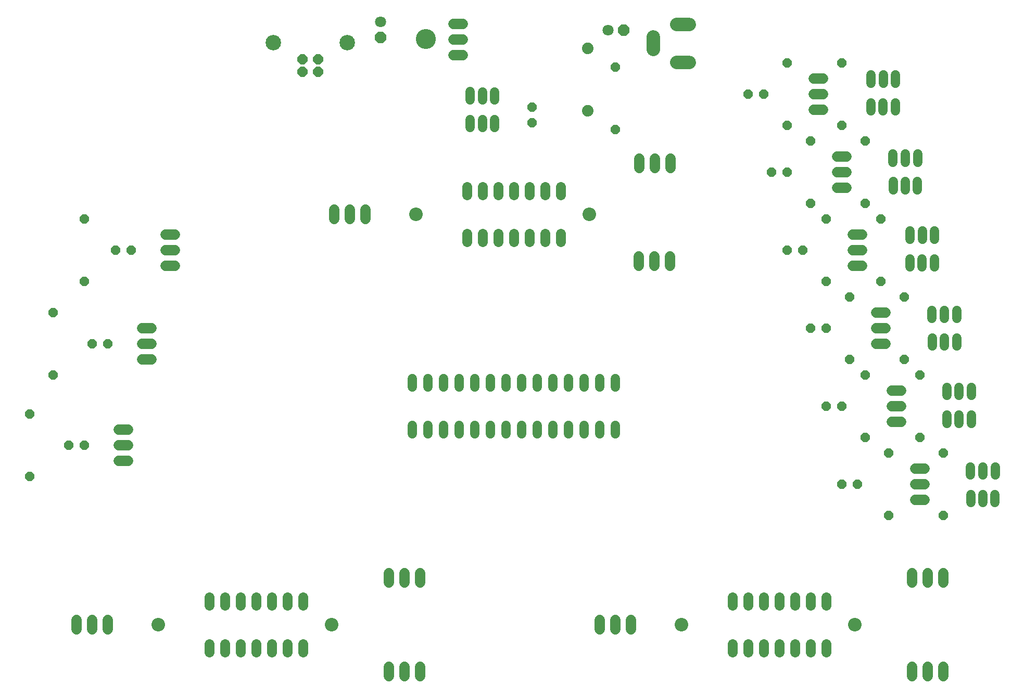
<source format=gbr>
G04 EAGLE Gerber X2 export*
%TF.Part,Single*%
%TF.FileFunction,Soldermask,Bot,1*%
%TF.FilePolarity,Negative*%
%TF.GenerationSoftware,Autodesk,EAGLE,9.0.0*%
%TF.CreationDate,2019-05-23T14:05:43Z*%
G75*
%MOMM*%
%FSLAX34Y34*%
%LPD*%
%AMOC8*
5,1,8,0,0,1.08239X$1,22.5*%
G01*
%ADD10C,1.524000*%
%ADD11C,1.611200*%
%ADD12C,2.203200*%
%ADD13P,1.649562X8X112.500000*%
%ADD14C,1.727200*%
%ADD15P,1.649562X8X22.500000*%
%ADD16P,1.649562X8X292.500000*%
%ADD17C,1.511200*%
%ADD18P,1.798066X8X202.500000*%
%ADD19C,2.503200*%
%ADD20C,2.203200*%
%ADD21C,1.879600*%
%ADD22P,1.951982X8X22.500000*%
%ADD23C,1.803400*%
%ADD24P,1.951982X8X292.500000*%
%ADD25C,3.251200*%
%ADD26C,2.519200*%


D10*
X1333500Y743204D02*
X1333500Y729996D01*
X1308100Y729996D02*
X1308100Y743204D01*
X1282700Y743204D02*
X1282700Y729996D01*
X1257300Y729996D02*
X1257300Y743204D01*
X1231900Y743204D02*
X1231900Y729996D01*
X1206500Y729996D02*
X1206500Y743204D01*
X1181100Y743204D02*
X1181100Y729996D01*
X1155700Y729996D02*
X1155700Y743204D01*
X1130300Y743204D02*
X1130300Y729996D01*
X1104900Y729996D02*
X1104900Y743204D01*
X1079500Y743204D02*
X1079500Y729996D01*
X1054100Y729996D02*
X1054100Y743204D01*
X1028700Y743204D02*
X1028700Y729996D01*
X1003300Y729996D02*
X1003300Y743204D01*
X1003300Y667004D02*
X1003300Y653796D01*
X1028700Y653796D02*
X1028700Y667004D01*
X1054100Y667004D02*
X1054100Y653796D01*
X1079500Y653796D02*
X1079500Y667004D01*
X1104900Y667004D02*
X1104900Y653796D01*
X1130300Y653796D02*
X1130300Y667004D01*
X1155700Y667004D02*
X1155700Y653796D01*
X1181100Y653796D02*
X1181100Y667004D01*
X1206500Y667004D02*
X1206500Y653796D01*
X1231900Y653796D02*
X1231900Y667004D01*
X1257300Y667004D02*
X1257300Y653796D01*
X1282700Y653796D02*
X1282700Y667004D01*
X1308100Y667004D02*
X1308100Y653796D01*
X1333500Y653796D02*
X1333500Y667004D01*
D11*
X1092200Y965780D02*
X1092200Y979860D01*
X1117600Y979860D02*
X1117600Y965780D01*
X1143000Y965780D02*
X1143000Y979860D01*
X1168400Y979860D02*
X1168400Y965780D01*
X1193800Y965780D02*
X1193800Y979860D01*
X1219200Y979860D02*
X1219200Y965780D01*
X1244600Y965780D02*
X1244600Y979860D01*
X1244600Y1041980D02*
X1244600Y1056060D01*
X1219200Y1056060D02*
X1219200Y1041980D01*
X1193800Y1041980D02*
X1193800Y1056060D01*
X1168400Y1056060D02*
X1168400Y1041980D01*
X1143000Y1041980D02*
X1143000Y1056060D01*
X1117600Y1056060D02*
X1117600Y1041980D01*
X1092200Y1041980D02*
X1092200Y1056060D01*
D12*
X1291900Y1010920D03*
X1009900Y1010920D03*
D11*
X673100Y311840D02*
X673100Y297760D01*
X698500Y297760D02*
X698500Y311840D01*
X723900Y311840D02*
X723900Y297760D01*
X749300Y297760D02*
X749300Y311840D01*
X774700Y311840D02*
X774700Y297760D01*
X800100Y297760D02*
X800100Y311840D01*
X825500Y311840D02*
X825500Y297760D01*
X825500Y373960D02*
X825500Y388040D01*
X800100Y388040D02*
X800100Y373960D01*
X774700Y373960D02*
X774700Y388040D01*
X749300Y388040D02*
X749300Y373960D01*
X723900Y373960D02*
X723900Y388040D01*
X698500Y388040D02*
X698500Y373960D01*
X673100Y373960D02*
X673100Y388040D01*
D12*
X872800Y342900D03*
X590800Y342900D03*
D11*
X1524000Y311840D02*
X1524000Y297760D01*
X1549400Y297760D02*
X1549400Y311840D01*
X1574800Y311840D02*
X1574800Y297760D01*
X1600200Y297760D02*
X1600200Y311840D01*
X1625600Y311840D02*
X1625600Y297760D01*
X1651000Y297760D02*
X1651000Y311840D01*
X1676400Y311840D02*
X1676400Y297760D01*
X1676400Y373960D02*
X1676400Y388040D01*
X1651000Y388040D02*
X1651000Y373960D01*
X1625600Y373960D02*
X1625600Y388040D01*
X1600200Y388040D02*
X1600200Y373960D01*
X1574800Y373960D02*
X1574800Y388040D01*
X1549400Y388040D02*
X1549400Y373960D01*
X1524000Y373960D02*
X1524000Y388040D01*
D12*
X1723700Y342900D03*
X1441700Y342900D03*
D13*
X1333856Y1149119D03*
X1333856Y1250719D03*
X1198593Y1160157D03*
X1198593Y1185557D03*
D14*
X965200Y426720D02*
X965200Y411480D01*
X990600Y411480D02*
X990600Y426720D01*
X1016000Y426720D02*
X1016000Y411480D01*
X965200Y274320D02*
X965200Y259080D01*
X990600Y259080D02*
X990600Y274320D01*
X1016000Y274320D02*
X1016000Y259080D01*
X1816100Y411480D02*
X1816100Y426720D01*
X1841500Y426720D02*
X1841500Y411480D01*
X1866900Y411480D02*
X1866900Y426720D01*
X1816100Y274320D02*
X1816100Y259080D01*
X1841500Y259080D02*
X1841500Y274320D01*
X1866900Y274320D02*
X1866900Y259080D01*
X1371600Y927100D02*
X1371600Y942340D01*
X1397000Y942340D02*
X1397000Y927100D01*
X1422400Y927100D02*
X1422400Y942340D01*
X1372794Y1085871D02*
X1372794Y1101111D01*
X1398194Y1101111D02*
X1398194Y1085871D01*
X1423594Y1085871D02*
X1423594Y1101111D01*
D15*
X444500Y635000D03*
X469900Y635000D03*
X482600Y800100D03*
X508000Y800100D03*
X520700Y952500D03*
X546100Y952500D03*
D16*
X381000Y685800D03*
X381000Y584200D03*
X419100Y850900D03*
X419100Y749300D03*
D13*
X469900Y901700D03*
X469900Y1003300D03*
D14*
X601980Y927100D02*
X617220Y927100D01*
X617220Y952500D02*
X601980Y952500D01*
X601980Y977900D02*
X617220Y977900D01*
X579120Y774700D02*
X563880Y774700D01*
X563880Y800100D02*
X579120Y800100D01*
X579120Y825500D02*
X563880Y825500D01*
X541020Y609600D02*
X525780Y609600D01*
X525780Y635000D02*
X541020Y635000D01*
X541020Y660400D02*
X525780Y660400D01*
X876300Y1003300D02*
X876300Y1018540D01*
X901700Y1018540D02*
X901700Y1003300D01*
X927100Y1003300D02*
X927100Y1018540D01*
X457200Y350520D02*
X457200Y335280D01*
X482600Y335280D02*
X482600Y350520D01*
X508000Y350520D02*
X508000Y335280D01*
X1308100Y335280D02*
X1308100Y350520D01*
X1333500Y350520D02*
X1333500Y335280D01*
X1358900Y335280D02*
X1358900Y350520D01*
D15*
X1612900Y952500D03*
X1638300Y952500D03*
X1587500Y1079500D03*
X1612900Y1079500D03*
X1549400Y1206500D03*
X1574800Y1206500D03*
D16*
X1676400Y1003300D03*
X1676400Y901700D03*
X1651000Y1130300D03*
X1651000Y1028700D03*
X1612900Y1257300D03*
X1612900Y1155700D03*
D14*
X1821180Y596900D02*
X1836420Y596900D01*
X1836420Y571500D02*
X1821180Y571500D01*
X1821180Y546100D02*
X1836420Y546100D01*
X1798320Y723900D02*
X1783080Y723900D01*
X1783080Y698500D02*
X1798320Y698500D01*
X1798320Y673100D02*
X1783080Y673100D01*
X1671320Y1231900D02*
X1656080Y1231900D01*
X1656080Y1206500D02*
X1671320Y1206500D01*
X1671320Y1181100D02*
X1656080Y1181100D01*
D15*
X1701800Y571500D03*
X1727200Y571500D03*
X1676400Y698500D03*
X1701800Y698500D03*
X1651000Y825500D03*
X1676400Y825500D03*
D16*
X1778000Y622300D03*
X1778000Y520700D03*
X1739900Y749300D03*
X1739900Y647700D03*
X1714500Y876300D03*
X1714500Y774700D03*
D14*
X1757680Y850900D02*
X1772920Y850900D01*
X1772920Y825500D02*
X1757680Y825500D01*
X1757680Y800100D02*
X1772920Y800100D01*
X1734820Y977900D02*
X1719580Y977900D01*
X1719580Y952500D02*
X1734820Y952500D01*
X1734820Y927100D02*
X1719580Y927100D01*
X1709420Y1104900D02*
X1694180Y1104900D01*
X1694180Y1079500D02*
X1709420Y1079500D01*
X1709420Y1054100D02*
X1694180Y1054100D01*
D13*
X1866900Y520700D03*
X1866900Y622300D03*
X1828800Y647700D03*
X1828800Y749300D03*
X1803400Y774700D03*
X1803400Y876300D03*
X1765300Y901700D03*
X1765300Y1003300D03*
X1739900Y1028700D03*
X1739900Y1130300D03*
X1701800Y1155700D03*
X1701800Y1257300D03*
D17*
X1749482Y1237390D02*
X1749482Y1224310D01*
X1769482Y1224310D02*
X1769482Y1237390D01*
X1789482Y1237390D02*
X1789482Y1224310D01*
X1749682Y1192290D02*
X1749682Y1179210D01*
X1769182Y1179210D02*
X1769182Y1192290D01*
X1789282Y1192190D02*
X1789282Y1179110D01*
X1785474Y1108911D02*
X1785474Y1095831D01*
X1805474Y1095831D02*
X1805474Y1108911D01*
X1825474Y1108911D02*
X1825474Y1095831D01*
X1785674Y1063811D02*
X1785674Y1050731D01*
X1805174Y1050731D02*
X1805174Y1063811D01*
X1825274Y1063711D02*
X1825274Y1050631D01*
X1813022Y983262D02*
X1813022Y970182D01*
X1833022Y970182D02*
X1833022Y983262D01*
X1853022Y983262D02*
X1853022Y970182D01*
X1813222Y938162D02*
X1813222Y925082D01*
X1832722Y925082D02*
X1832722Y938162D01*
X1852822Y938062D02*
X1852822Y924982D01*
X1849040Y854454D02*
X1849040Y841374D01*
X1869040Y841374D02*
X1869040Y854454D01*
X1889040Y854454D02*
X1889040Y841374D01*
X1849240Y809354D02*
X1849240Y796274D01*
X1868740Y796274D02*
X1868740Y809354D01*
X1888840Y809254D02*
X1888840Y796174D01*
X1873026Y728809D02*
X1873026Y715729D01*
X1893026Y715729D02*
X1893026Y728809D01*
X1913026Y728809D02*
X1913026Y715729D01*
X1873226Y683709D02*
X1873226Y670629D01*
X1892726Y670629D02*
X1892726Y683709D01*
X1912826Y683609D02*
X1912826Y670529D01*
X1911654Y599717D02*
X1911654Y586637D01*
X1931654Y586637D02*
X1931654Y599717D01*
X1951654Y599717D02*
X1951654Y586637D01*
X1911854Y554617D02*
X1911854Y541537D01*
X1931354Y541537D02*
X1931354Y554617D01*
X1951454Y554517D02*
X1951454Y541437D01*
D18*
X825369Y1242888D03*
X850369Y1242888D03*
X850369Y1262888D03*
X825369Y1262888D03*
D19*
X898069Y1289988D03*
X777669Y1289988D03*
D20*
X1433901Y1258398D02*
X1453901Y1258398D01*
X1453901Y1319398D02*
X1433901Y1319398D01*
X1395901Y1299398D02*
X1395901Y1279398D01*
D21*
X1289283Y1179095D03*
X1289283Y1280695D03*
D17*
X1137795Y1164975D02*
X1137795Y1151895D01*
X1117795Y1151895D02*
X1117795Y1164975D01*
X1097795Y1164975D02*
X1097795Y1151895D01*
X1137595Y1196995D02*
X1137595Y1210075D01*
X1118095Y1210075D02*
X1118095Y1196995D01*
X1097995Y1197095D02*
X1097995Y1210175D01*
D14*
X1086041Y1270101D02*
X1070801Y1270101D01*
X1070801Y1295501D02*
X1086041Y1295501D01*
X1086041Y1320901D02*
X1070801Y1320901D01*
D22*
X1347482Y1310277D03*
D23*
X1322082Y1310277D03*
D24*
X952217Y1298516D03*
D23*
X952217Y1323916D03*
D25*
X1026047Y1295742D03*
D26*
X897928Y1290071D03*
X777470Y1289922D03*
M02*

</source>
